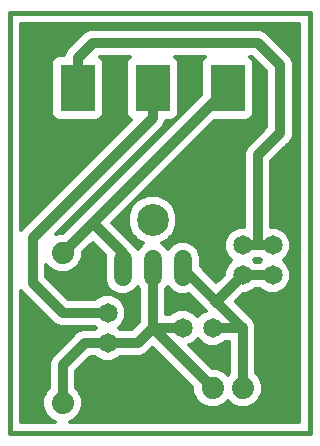
<source format=gbl>
G75*
%MOIN*%
%OFA0B0*%
%FSLAX24Y24*%
%IPPOS*%
%LPD*%
%AMOC8*
5,1,8,0,0,1.08239X$1,22.5*
%
%ADD10C,0.0160*%
%ADD11C,0.0600*%
%ADD12C,0.0650*%
%ADD13C,0.0740*%
%ADD14R,0.1181X0.1575*%
%ADD15C,0.1065*%
%ADD16C,0.0320*%
%ADD17C,0.0120*%
D10*
X000180Y000180D02*
X000180Y014180D01*
X010180Y014180D01*
X010180Y000180D01*
X000180Y000180D01*
D11*
X003930Y005380D02*
X003930Y005980D01*
X004930Y005980D02*
X004930Y005380D01*
X005930Y005380D02*
X005930Y005980D01*
D12*
X005930Y003680D03*
X006930Y003680D03*
X007930Y005430D03*
X007930Y006430D03*
X008930Y006430D03*
X008930Y005430D03*
X003430Y004180D03*
X003430Y003180D03*
D13*
X001930Y001180D03*
X001930Y006180D03*
X006930Y001680D03*
X007930Y001680D03*
D14*
X007430Y011680D03*
X004930Y011680D03*
X002430Y011680D03*
D15*
X004930Y007280D03*
D16*
X003930Y006180D02*
X003930Y005680D01*
X003930Y006180D02*
X002930Y007180D01*
X001930Y006180D01*
X000930Y006680D02*
X000930Y005180D01*
X001930Y004180D01*
X003430Y004180D01*
X003430Y003180D02*
X002680Y003180D01*
X001930Y002430D01*
X001930Y001180D01*
X003430Y003180D02*
X004430Y003180D01*
X004930Y003680D01*
X005930Y003680D01*
X006930Y003680D02*
X007930Y003680D01*
X007055Y004555D01*
X007930Y005430D01*
X008930Y005430D01*
X008930Y006430D02*
X008430Y006430D01*
X008430Y009430D01*
X009180Y010180D01*
X009180Y012430D01*
X008430Y013180D01*
X002930Y013180D01*
X002430Y012680D01*
X002430Y011680D01*
X004930Y011680D02*
X004930Y010680D01*
X000930Y006680D01*
X002930Y007180D02*
X007430Y011680D01*
X007930Y006430D02*
X008430Y006430D01*
X007055Y004555D02*
X005930Y005680D01*
X004930Y005680D02*
X004930Y003680D01*
X006930Y001680D01*
X007930Y001680D02*
X007930Y003680D01*
D17*
X008191Y004070D02*
X007706Y004555D01*
X007956Y004805D01*
X008054Y004805D01*
X008284Y004900D01*
X008354Y004970D01*
X008506Y004970D01*
X008576Y004900D01*
X008806Y004805D01*
X009054Y004805D01*
X009284Y004900D01*
X009460Y005076D01*
X009555Y005306D01*
X009555Y005554D01*
X009460Y005784D01*
X009314Y005930D01*
X009460Y006076D01*
X009555Y006306D01*
X009555Y006554D01*
X009460Y006784D01*
X009284Y006960D01*
X009054Y007055D01*
X008890Y007055D01*
X008890Y009239D01*
X009441Y009790D01*
X009570Y009919D01*
X009640Y010088D01*
X009640Y012521D01*
X009570Y012691D01*
X008820Y013441D01*
X008691Y013570D01*
X008521Y013640D01*
X002838Y013640D01*
X002669Y013570D01*
X002169Y013070D01*
X002040Y012941D01*
X001970Y012771D01*
X001970Y012767D01*
X001780Y012767D01*
X001670Y012722D01*
X001585Y012637D01*
X001539Y012527D01*
X001539Y010833D01*
X001585Y010723D01*
X001670Y010638D01*
X001780Y010593D01*
X003080Y010593D01*
X003190Y010638D01*
X003275Y010723D01*
X003321Y010833D01*
X003321Y012527D01*
X003275Y012637D01*
X003192Y012720D01*
X004168Y012720D01*
X004085Y012637D01*
X004039Y012527D01*
X004039Y010833D01*
X004085Y010723D01*
X004170Y010638D01*
X004218Y010618D01*
X000560Y006961D01*
X000560Y013800D01*
X009800Y013800D01*
X009800Y000560D01*
X002184Y000560D01*
X002310Y000612D01*
X002498Y000800D01*
X002600Y001047D01*
X002600Y001313D01*
X002498Y001560D01*
X002390Y001668D01*
X002390Y002239D01*
X002871Y002720D01*
X003006Y002720D01*
X003076Y002650D01*
X003306Y002555D01*
X003554Y002555D01*
X003784Y002650D01*
X003854Y002720D01*
X004521Y002720D01*
X004691Y002790D01*
X004930Y003029D01*
X006260Y001699D01*
X006260Y001547D01*
X006362Y001300D01*
X006550Y001112D01*
X006797Y001010D01*
X007063Y001010D01*
X007310Y001112D01*
X007430Y001232D01*
X007550Y001112D01*
X007797Y001010D01*
X008063Y001010D01*
X008310Y001112D01*
X008498Y001300D01*
X008600Y001547D01*
X008600Y001813D01*
X008498Y002060D01*
X008390Y002168D01*
X008390Y003771D01*
X008320Y003941D01*
X008191Y004070D01*
X008170Y004091D02*
X009800Y004091D01*
X009800Y004209D02*
X008052Y004209D01*
X007933Y004328D02*
X009800Y004328D01*
X009800Y004446D02*
X007815Y004446D01*
X007715Y004565D02*
X009800Y004565D01*
X009800Y004683D02*
X007834Y004683D01*
X007952Y004802D02*
X009800Y004802D01*
X009800Y004920D02*
X009304Y004920D01*
X009422Y005039D02*
X009800Y005039D01*
X009800Y005157D02*
X009493Y005157D01*
X009543Y005276D02*
X009800Y005276D01*
X009800Y005394D02*
X009555Y005394D01*
X009555Y005513D02*
X009800Y005513D01*
X009800Y005631D02*
X009523Y005631D01*
X009474Y005750D02*
X009800Y005750D01*
X009800Y005868D02*
X009376Y005868D01*
X009370Y005987D02*
X009800Y005987D01*
X009800Y006105D02*
X009472Y006105D01*
X009521Y006224D02*
X009800Y006224D01*
X009800Y006342D02*
X009555Y006342D01*
X009555Y006461D02*
X009800Y006461D01*
X009800Y006579D02*
X009545Y006579D01*
X009496Y006698D02*
X009800Y006698D01*
X009800Y006816D02*
X009428Y006816D01*
X009309Y006935D02*
X009800Y006935D01*
X009800Y007053D02*
X009059Y007053D01*
X008890Y007172D02*
X009800Y007172D01*
X009800Y007290D02*
X008890Y007290D01*
X008890Y007409D02*
X009800Y007409D01*
X009800Y007527D02*
X008890Y007527D01*
X008890Y007646D02*
X009800Y007646D01*
X009800Y007764D02*
X008890Y007764D01*
X008890Y007883D02*
X009800Y007883D01*
X009800Y008001D02*
X008890Y008001D01*
X008890Y008120D02*
X009800Y008120D01*
X009800Y008238D02*
X008890Y008238D01*
X008890Y008357D02*
X009800Y008357D01*
X009800Y008475D02*
X008890Y008475D01*
X008890Y008594D02*
X009800Y008594D01*
X009800Y008712D02*
X008890Y008712D01*
X008890Y008831D02*
X009800Y008831D01*
X009800Y008949D02*
X008890Y008949D01*
X008890Y009068D02*
X009800Y009068D01*
X009800Y009186D02*
X008890Y009186D01*
X008955Y009305D02*
X009800Y009305D01*
X009800Y009423D02*
X009074Y009423D01*
X009192Y009542D02*
X009800Y009542D01*
X009800Y009660D02*
X009311Y009660D01*
X009429Y009779D02*
X009800Y009779D01*
X009800Y009897D02*
X009548Y009897D01*
X009610Y010016D02*
X009800Y010016D01*
X009800Y010134D02*
X009640Y010134D01*
X009640Y010253D02*
X009800Y010253D01*
X009800Y010371D02*
X009640Y010371D01*
X009640Y010490D02*
X009800Y010490D01*
X009800Y010608D02*
X009640Y010608D01*
X009640Y010727D02*
X009800Y010727D01*
X009800Y010845D02*
X009640Y010845D01*
X009640Y010964D02*
X009800Y010964D01*
X009800Y011082D02*
X009640Y011082D01*
X009640Y011201D02*
X009800Y011201D01*
X009800Y011319D02*
X009640Y011319D01*
X009640Y011438D02*
X009800Y011438D01*
X009800Y011556D02*
X009640Y011556D01*
X009640Y011675D02*
X009800Y011675D01*
X009800Y011793D02*
X009640Y011793D01*
X009640Y011912D02*
X009800Y011912D01*
X009800Y012030D02*
X009640Y012030D01*
X009640Y012149D02*
X009800Y012149D01*
X009800Y012267D02*
X009640Y012267D01*
X009640Y012386D02*
X009800Y012386D01*
X009800Y012504D02*
X009640Y012504D01*
X009598Y012623D02*
X009800Y012623D01*
X009800Y012741D02*
X009520Y012741D01*
X009401Y012860D02*
X009800Y012860D01*
X009800Y012978D02*
X009283Y012978D01*
X009164Y013097D02*
X009800Y013097D01*
X009800Y013215D02*
X009046Y013215D01*
X008927Y013334D02*
X009800Y013334D01*
X009800Y013452D02*
X008809Y013452D01*
X008689Y013571D02*
X009800Y013571D01*
X009800Y013689D02*
X000560Y013689D01*
X000560Y013571D02*
X002671Y013571D01*
X002551Y013452D02*
X000560Y013452D01*
X000560Y013334D02*
X002433Y013334D01*
X002314Y013215D02*
X000560Y013215D01*
X000560Y013097D02*
X002196Y013097D01*
X002077Y012978D02*
X000560Y012978D01*
X000560Y012860D02*
X002006Y012860D01*
X001716Y012741D02*
X000560Y012741D01*
X000560Y012623D02*
X001579Y012623D01*
X001539Y012504D02*
X000560Y012504D01*
X000560Y012386D02*
X001539Y012386D01*
X001539Y012267D02*
X000560Y012267D01*
X000560Y012149D02*
X001539Y012149D01*
X001539Y012030D02*
X000560Y012030D01*
X000560Y011912D02*
X001539Y011912D01*
X001539Y011793D02*
X000560Y011793D01*
X000560Y011675D02*
X001539Y011675D01*
X001539Y011556D02*
X000560Y011556D01*
X000560Y011438D02*
X001539Y011438D01*
X001539Y011319D02*
X000560Y011319D01*
X000560Y011201D02*
X001539Y011201D01*
X001539Y011082D02*
X000560Y011082D01*
X000560Y010964D02*
X001539Y010964D01*
X001539Y010845D02*
X000560Y010845D01*
X000560Y010727D02*
X001584Y010727D01*
X001743Y010608D02*
X000560Y010608D01*
X000560Y010490D02*
X004089Y010490D01*
X004207Y010608D02*
X003117Y010608D01*
X003276Y010727D02*
X004084Y010727D01*
X004039Y010845D02*
X003321Y010845D01*
X003321Y010964D02*
X004039Y010964D01*
X004039Y011082D02*
X003321Y011082D01*
X003321Y011201D02*
X004039Y011201D01*
X004039Y011319D02*
X003321Y011319D01*
X003321Y011438D02*
X004039Y011438D01*
X004039Y011556D02*
X003321Y011556D01*
X003321Y011675D02*
X004039Y011675D01*
X004039Y011793D02*
X003321Y011793D01*
X003321Y011912D02*
X004039Y011912D01*
X004039Y012030D02*
X003321Y012030D01*
X003321Y012149D02*
X004039Y012149D01*
X004039Y012267D02*
X003321Y012267D01*
X003321Y012386D02*
X004039Y012386D01*
X004039Y012504D02*
X003321Y012504D01*
X003281Y012623D02*
X004079Y012623D01*
X005390Y010593D02*
X005580Y010593D01*
X005690Y010638D01*
X005775Y010723D01*
X005821Y010833D01*
X005821Y012527D01*
X005775Y012637D01*
X005692Y012720D01*
X006668Y012720D01*
X006585Y012637D01*
X006539Y012527D01*
X006539Y011440D01*
X002669Y007570D01*
X002540Y007441D01*
X002540Y007441D01*
X001949Y006850D01*
X001797Y006850D01*
X001718Y006817D01*
X005191Y010290D01*
X005320Y010419D01*
X005390Y010588D01*
X005390Y010593D01*
X005349Y010490D02*
X005589Y010490D01*
X005617Y010608D02*
X005707Y010608D01*
X005776Y010727D02*
X005826Y010727D01*
X005821Y010845D02*
X005944Y010845D01*
X006063Y010964D02*
X005821Y010964D01*
X005821Y011082D02*
X006181Y011082D01*
X006300Y011201D02*
X005821Y011201D01*
X005821Y011319D02*
X006418Y011319D01*
X006537Y011438D02*
X005821Y011438D01*
X005821Y011556D02*
X006539Y011556D01*
X006539Y011675D02*
X005821Y011675D01*
X005821Y011793D02*
X006539Y011793D01*
X006539Y011912D02*
X005821Y011912D01*
X005821Y012030D02*
X006539Y012030D01*
X006539Y012149D02*
X005821Y012149D01*
X005821Y012267D02*
X006539Y012267D01*
X006539Y012386D02*
X005821Y012386D01*
X005821Y012504D02*
X006539Y012504D01*
X006579Y012623D02*
X005781Y012623D01*
X006993Y010593D02*
X008080Y010593D01*
X008190Y010638D01*
X008275Y010723D01*
X008321Y010833D01*
X008321Y012527D01*
X008275Y012637D01*
X008192Y012720D01*
X008239Y012720D01*
X008720Y012239D01*
X008720Y010371D01*
X006772Y010371D01*
X006890Y010490D02*
X008720Y010490D01*
X008720Y010608D02*
X008117Y010608D01*
X008276Y010727D02*
X008720Y010727D01*
X008720Y010845D02*
X008321Y010845D01*
X008321Y010964D02*
X008720Y010964D01*
X008720Y011082D02*
X008321Y011082D01*
X008321Y011201D02*
X008720Y011201D01*
X008720Y011319D02*
X008321Y011319D01*
X008321Y011438D02*
X008720Y011438D01*
X008720Y011556D02*
X008321Y011556D01*
X008321Y011675D02*
X008720Y011675D01*
X008720Y011793D02*
X008321Y011793D01*
X008321Y011912D02*
X008720Y011912D01*
X008720Y012030D02*
X008321Y012030D01*
X008321Y012149D02*
X008720Y012149D01*
X008692Y012267D02*
X008321Y012267D01*
X008321Y012386D02*
X008574Y012386D01*
X008455Y012504D02*
X008321Y012504D01*
X008337Y012623D02*
X008281Y012623D01*
X006993Y010593D02*
X003581Y007180D01*
X004191Y006570D01*
X004191Y006570D01*
X004320Y006441D01*
X004321Y006437D01*
X004430Y006329D01*
X004590Y006489D01*
X004628Y006504D01*
X004458Y006574D01*
X004224Y006808D01*
X004098Y007114D01*
X004098Y007446D01*
X004224Y007752D01*
X004458Y007986D01*
X004764Y008112D01*
X005096Y008112D01*
X005402Y007986D01*
X005636Y007752D01*
X005762Y007446D01*
X005762Y007114D01*
X005636Y006808D01*
X005402Y006574D01*
X005232Y006504D01*
X005270Y006489D01*
X005430Y006329D01*
X005590Y006489D01*
X005811Y006580D01*
X006049Y006580D01*
X006270Y006489D01*
X006439Y006320D01*
X006530Y006099D01*
X006530Y005731D01*
X007055Y005206D01*
X007305Y005456D01*
X007305Y005554D01*
X007400Y005784D01*
X007546Y005930D01*
X007400Y006076D01*
X007305Y006306D01*
X007305Y006554D01*
X007400Y006784D01*
X007576Y006960D01*
X007806Y007055D01*
X007970Y007055D01*
X007970Y009521D01*
X008040Y009691D01*
X008720Y010371D01*
X008602Y010253D02*
X006653Y010253D01*
X006535Y010134D02*
X008483Y010134D01*
X008365Y010016D02*
X006416Y010016D01*
X006298Y009897D02*
X008246Y009897D01*
X008128Y009779D02*
X006179Y009779D01*
X006061Y009660D02*
X008027Y009660D01*
X007978Y009542D02*
X005942Y009542D01*
X005824Y009423D02*
X007970Y009423D01*
X007970Y009305D02*
X005705Y009305D01*
X005587Y009186D02*
X007970Y009186D01*
X007970Y009068D02*
X005468Y009068D01*
X005350Y008949D02*
X007970Y008949D01*
X007970Y008831D02*
X005231Y008831D01*
X005113Y008712D02*
X007970Y008712D01*
X007970Y008594D02*
X004994Y008594D01*
X004876Y008475D02*
X007970Y008475D01*
X007970Y008357D02*
X004757Y008357D01*
X004639Y008238D02*
X007970Y008238D01*
X007970Y008120D02*
X004520Y008120D01*
X004495Y008001D02*
X004402Y008001D01*
X004355Y007883D02*
X004283Y007883D01*
X004237Y007764D02*
X004165Y007764D01*
X004180Y007646D02*
X004046Y007646D01*
X004131Y007527D02*
X003928Y007527D01*
X003809Y007409D02*
X004098Y007409D01*
X004098Y007290D02*
X003691Y007290D01*
X003589Y007172D02*
X004098Y007172D01*
X004123Y007053D02*
X003708Y007053D01*
X003826Y006935D02*
X004172Y006935D01*
X004221Y006816D02*
X003945Y006816D01*
X004063Y006698D02*
X004335Y006698D01*
X004454Y006579D02*
X004182Y006579D01*
X004300Y006461D02*
X004562Y006461D01*
X004443Y006342D02*
X004417Y006342D01*
X005298Y006461D02*
X005562Y006461D01*
X005443Y006342D02*
X005417Y006342D01*
X005406Y006579D02*
X005808Y006579D01*
X006052Y006579D02*
X007315Y006579D01*
X007305Y006461D02*
X006298Y006461D01*
X006417Y006342D02*
X007305Y006342D01*
X007339Y006224D02*
X006479Y006224D01*
X006528Y006105D02*
X007388Y006105D01*
X007490Y005987D02*
X006530Y005987D01*
X006530Y005868D02*
X007484Y005868D01*
X007386Y005750D02*
X006530Y005750D01*
X006630Y005631D02*
X007337Y005631D01*
X007305Y005513D02*
X006748Y005513D01*
X006867Y005394D02*
X007243Y005394D01*
X007125Y005276D02*
X006985Y005276D01*
X006395Y004565D02*
X005390Y004565D01*
X005390Y004683D02*
X006276Y004683D01*
X006158Y004802D02*
X006101Y004802D01*
X006141Y004818D02*
X006049Y004780D01*
X005811Y004780D01*
X005590Y004871D01*
X005430Y005031D01*
X005390Y004991D01*
X005390Y004140D01*
X005506Y004140D01*
X005576Y004210D01*
X005806Y004305D01*
X006054Y004305D01*
X006284Y004210D01*
X006430Y004064D01*
X006576Y004210D01*
X006699Y004261D01*
X006665Y004294D01*
X006141Y004818D01*
X006513Y004446D02*
X005390Y004446D01*
X005390Y004328D02*
X006632Y004328D01*
X006575Y004209D02*
X006285Y004209D01*
X006403Y004091D02*
X006457Y004091D01*
X006430Y003296D02*
X006576Y003150D01*
X006806Y003055D01*
X007054Y003055D01*
X007284Y003150D01*
X007354Y003220D01*
X007470Y003220D01*
X007470Y002168D01*
X007430Y002128D01*
X007310Y002248D01*
X007063Y002350D01*
X006911Y002350D01*
X006161Y003099D01*
X006284Y003150D01*
X006430Y003296D01*
X006395Y003261D02*
X006465Y003261D01*
X006594Y003143D02*
X006266Y003143D01*
X006237Y003024D02*
X007470Y003024D01*
X007470Y002906D02*
X006355Y002906D01*
X006474Y002787D02*
X007470Y002787D01*
X007470Y002669D02*
X006592Y002669D01*
X006711Y002550D02*
X007470Y002550D01*
X007470Y002432D02*
X006829Y002432D01*
X007153Y002313D02*
X007470Y002313D01*
X007470Y002195D02*
X007363Y002195D01*
X007266Y003143D02*
X007470Y003143D01*
X008390Y003143D02*
X009800Y003143D01*
X009800Y003261D02*
X008390Y003261D01*
X008390Y003380D02*
X009800Y003380D01*
X009800Y003498D02*
X008390Y003498D01*
X008390Y003617D02*
X009800Y003617D01*
X009800Y003735D02*
X008390Y003735D01*
X008356Y003854D02*
X009800Y003854D01*
X009800Y003972D02*
X008289Y003972D01*
X008390Y003024D02*
X009800Y003024D01*
X009800Y002906D02*
X008390Y002906D01*
X008390Y002787D02*
X009800Y002787D01*
X009800Y002669D02*
X008390Y002669D01*
X008390Y002550D02*
X009800Y002550D01*
X009800Y002432D02*
X008390Y002432D01*
X008390Y002313D02*
X009800Y002313D01*
X009800Y002195D02*
X008390Y002195D01*
X008482Y002076D02*
X009800Y002076D01*
X009800Y001958D02*
X008540Y001958D01*
X008589Y001839D02*
X009800Y001839D01*
X009800Y001721D02*
X008600Y001721D01*
X008600Y001602D02*
X009800Y001602D01*
X009800Y001484D02*
X008574Y001484D01*
X008525Y001365D02*
X009800Y001365D01*
X009800Y001247D02*
X008444Y001247D01*
X008326Y001128D02*
X009800Y001128D01*
X009800Y001010D02*
X002585Y001010D01*
X002600Y001128D02*
X006534Y001128D01*
X006416Y001247D02*
X002600Y001247D01*
X002579Y001365D02*
X006335Y001365D01*
X006286Y001484D02*
X002529Y001484D01*
X002456Y001602D02*
X006260Y001602D01*
X006239Y001721D02*
X002390Y001721D01*
X002390Y001839D02*
X006120Y001839D01*
X006002Y001958D02*
X002390Y001958D01*
X002390Y002076D02*
X005883Y002076D01*
X005765Y002195D02*
X002390Y002195D01*
X002464Y002313D02*
X005646Y002313D01*
X005528Y002432D02*
X002582Y002432D01*
X002701Y002550D02*
X005409Y002550D01*
X005291Y002669D02*
X003802Y002669D01*
X003058Y002669D02*
X002819Y002669D01*
X002229Y003380D02*
X000560Y003380D01*
X000560Y003498D02*
X002347Y003498D01*
X002419Y003570D02*
X001669Y002820D01*
X001540Y002691D01*
X001470Y002521D01*
X001470Y001668D01*
X001362Y001560D01*
X001260Y001313D01*
X001260Y001047D01*
X001362Y000800D01*
X001550Y000612D01*
X001676Y000560D01*
X000560Y000560D01*
X000560Y004899D01*
X001540Y003919D01*
X001669Y003790D01*
X001838Y003720D01*
X003006Y003720D01*
X003046Y003680D01*
X003006Y003640D01*
X002588Y003640D01*
X002419Y003570D01*
X002532Y003617D02*
X000560Y003617D01*
X000560Y003735D02*
X001802Y003735D01*
X001606Y003854D02*
X000560Y003854D01*
X000560Y003972D02*
X001487Y003972D01*
X001369Y004091D02*
X000560Y004091D01*
X000560Y004209D02*
X001250Y004209D01*
X001132Y004328D02*
X000560Y004328D01*
X000560Y004446D02*
X001013Y004446D01*
X000895Y004565D02*
X000560Y004565D01*
X000560Y004683D02*
X000776Y004683D01*
X000658Y004802D02*
X000560Y004802D01*
X001390Y005371D02*
X001390Y005772D01*
X001550Y005612D01*
X001797Y005510D01*
X002063Y005510D01*
X002310Y005612D01*
X002498Y005800D01*
X002600Y006047D01*
X002600Y006199D01*
X002930Y006529D01*
X003339Y006121D01*
X003330Y006099D01*
X003330Y005261D01*
X003421Y005040D01*
X003590Y004871D01*
X003811Y004780D01*
X004049Y004780D01*
X004270Y004871D01*
X004430Y005031D01*
X004470Y004991D01*
X004470Y003871D01*
X004239Y003640D01*
X003854Y003640D01*
X003814Y003680D01*
X003960Y003826D01*
X004055Y004056D01*
X004055Y004304D01*
X003960Y004534D01*
X003784Y004710D01*
X003554Y004805D01*
X003306Y004805D01*
X003076Y004710D01*
X003006Y004640D01*
X002121Y004640D01*
X001390Y005371D01*
X001390Y005394D02*
X003330Y005394D01*
X003330Y005276D02*
X001485Y005276D01*
X001604Y005157D02*
X003373Y005157D01*
X003423Y005039D02*
X001722Y005039D01*
X001841Y004920D02*
X003541Y004920D01*
X003563Y004802D02*
X003759Y004802D01*
X003811Y004683D02*
X004470Y004683D01*
X004470Y004565D02*
X003929Y004565D01*
X003996Y004446D02*
X004470Y004446D01*
X004470Y004328D02*
X004045Y004328D01*
X004055Y004209D02*
X004470Y004209D01*
X004470Y004091D02*
X004055Y004091D01*
X004020Y003972D02*
X004470Y003972D01*
X004453Y003854D02*
X003971Y003854D01*
X003869Y003735D02*
X004334Y003735D01*
X004925Y003024D02*
X004935Y003024D01*
X005054Y002906D02*
X004806Y002906D01*
X004683Y002787D02*
X005172Y002787D01*
X005390Y004209D02*
X005575Y004209D01*
X005759Y004802D02*
X005390Y004802D01*
X005390Y004920D02*
X005541Y004920D01*
X004470Y004920D02*
X004319Y004920D01*
X004470Y004802D02*
X004101Y004802D01*
X003330Y005513D02*
X002069Y005513D01*
X001791Y005513D02*
X001390Y005513D01*
X001390Y005631D02*
X001531Y005631D01*
X001413Y005750D02*
X001390Y005750D01*
X001959Y004802D02*
X003297Y004802D01*
X003049Y004683D02*
X002078Y004683D01*
X002329Y005631D02*
X003330Y005631D01*
X003330Y005750D02*
X002447Y005750D01*
X002526Y005868D02*
X003330Y005868D01*
X003330Y005987D02*
X002575Y005987D01*
X002600Y006105D02*
X003332Y006105D01*
X003236Y006224D02*
X002624Y006224D01*
X002743Y006342D02*
X003117Y006342D01*
X002999Y006461D02*
X002861Y006461D01*
X002271Y007172D02*
X002072Y007172D01*
X002152Y007053D02*
X001954Y007053D01*
X002034Y006935D02*
X001835Y006935D01*
X002191Y007290D02*
X002389Y007290D01*
X002309Y007409D02*
X002508Y007409D01*
X002428Y007527D02*
X002626Y007527D01*
X002669Y007570D02*
X002669Y007570D01*
X002745Y007646D02*
X002546Y007646D01*
X002665Y007764D02*
X002863Y007764D01*
X002783Y007883D02*
X002982Y007883D01*
X002902Y008001D02*
X003100Y008001D01*
X003020Y008120D02*
X003219Y008120D01*
X003139Y008238D02*
X003337Y008238D01*
X003257Y008357D02*
X003456Y008357D01*
X003376Y008475D02*
X003574Y008475D01*
X003494Y008594D02*
X003693Y008594D01*
X003613Y008712D02*
X003811Y008712D01*
X003731Y008831D02*
X003930Y008831D01*
X003850Y008949D02*
X004048Y008949D01*
X003968Y009068D02*
X004167Y009068D01*
X004087Y009186D02*
X004285Y009186D01*
X004205Y009305D02*
X004404Y009305D01*
X004324Y009423D02*
X004522Y009423D01*
X004442Y009542D02*
X004641Y009542D01*
X004561Y009660D02*
X004759Y009660D01*
X004679Y009779D02*
X004878Y009779D01*
X004798Y009897D02*
X004996Y009897D01*
X004916Y010016D02*
X005115Y010016D01*
X005035Y010134D02*
X005233Y010134D01*
X005153Y010253D02*
X005352Y010253D01*
X005272Y010371D02*
X005470Y010371D01*
X003970Y010371D02*
X000560Y010371D01*
X000560Y010253D02*
X003852Y010253D01*
X003733Y010134D02*
X000560Y010134D01*
X000560Y010016D02*
X003615Y010016D01*
X003496Y009897D02*
X000560Y009897D01*
X000560Y009779D02*
X003378Y009779D01*
X003259Y009660D02*
X000560Y009660D01*
X000560Y009542D02*
X003141Y009542D01*
X003022Y009423D02*
X000560Y009423D01*
X000560Y009305D02*
X002904Y009305D01*
X002785Y009186D02*
X000560Y009186D01*
X000560Y009068D02*
X002667Y009068D01*
X002548Y008949D02*
X000560Y008949D01*
X000560Y008831D02*
X002430Y008831D01*
X002311Y008712D02*
X000560Y008712D01*
X000560Y008594D02*
X002193Y008594D01*
X002074Y008475D02*
X000560Y008475D01*
X000560Y008357D02*
X001956Y008357D01*
X001837Y008238D02*
X000560Y008238D01*
X000560Y008120D02*
X001719Y008120D01*
X001600Y008001D02*
X000560Y008001D01*
X000560Y007883D02*
X001482Y007883D01*
X001363Y007764D02*
X000560Y007764D01*
X000560Y007646D02*
X001245Y007646D01*
X001126Y007527D02*
X000560Y007527D01*
X000560Y007409D02*
X001008Y007409D01*
X000889Y007290D02*
X000560Y007290D01*
X000560Y007172D02*
X000771Y007172D01*
X000652Y007053D02*
X000560Y007053D01*
X000560Y003261D02*
X002110Y003261D01*
X001992Y003143D02*
X000560Y003143D01*
X000560Y003024D02*
X001873Y003024D01*
X001755Y002906D02*
X000560Y002906D01*
X000560Y002787D02*
X001636Y002787D01*
X001531Y002669D02*
X000560Y002669D01*
X000560Y002550D02*
X001482Y002550D01*
X001470Y002432D02*
X000560Y002432D01*
X000560Y002313D02*
X001470Y002313D01*
X001470Y002195D02*
X000560Y002195D01*
X000560Y002076D02*
X001470Y002076D01*
X001470Y001958D02*
X000560Y001958D01*
X000560Y001839D02*
X001470Y001839D01*
X001470Y001721D02*
X000560Y001721D01*
X000560Y001602D02*
X001404Y001602D01*
X001331Y001484D02*
X000560Y001484D01*
X000560Y001365D02*
X001281Y001365D01*
X001260Y001247D02*
X000560Y001247D01*
X000560Y001128D02*
X001260Y001128D01*
X001275Y001010D02*
X000560Y001010D01*
X000560Y000891D02*
X001325Y000891D01*
X001390Y000773D02*
X000560Y000773D01*
X000560Y000654D02*
X001508Y000654D01*
X002352Y000654D02*
X009800Y000654D01*
X009800Y000773D02*
X002470Y000773D01*
X002535Y000891D02*
X009800Y000891D01*
X007534Y001128D02*
X007326Y001128D01*
X008304Y004920D02*
X008556Y004920D01*
X008506Y005890D02*
X008354Y005890D01*
X008314Y005930D01*
X008354Y005970D01*
X008506Y005970D01*
X008546Y005930D01*
X008506Y005890D01*
X007801Y007053D02*
X005737Y007053D01*
X005762Y007172D02*
X007970Y007172D01*
X007970Y007290D02*
X005762Y007290D01*
X005762Y007409D02*
X007970Y007409D01*
X007970Y007527D02*
X005729Y007527D01*
X005680Y007646D02*
X007970Y007646D01*
X007970Y007764D02*
X005623Y007764D01*
X005505Y007883D02*
X007970Y007883D01*
X007970Y008001D02*
X005365Y008001D01*
X005688Y006935D02*
X007551Y006935D01*
X007432Y006816D02*
X005639Y006816D01*
X005525Y006698D02*
X007364Y006698D01*
M02*

</source>
